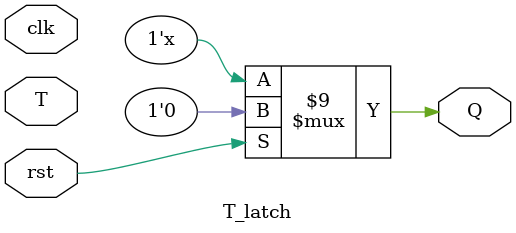
<source format=sv>



`timescale 1ns / 1ps

module T_latch(
    input wire T, clk, rst,
    output reg Q
);

always @(T , clk , rst) begin
    if (rst)
        Q <= 0;
    else if (clk) begin // Changed 'else (clk)' to 'else if (clk)'
        if (T)
            Q <= ~Q;
        else
            Q <= Q;
    end
end

endmodule
</source>
